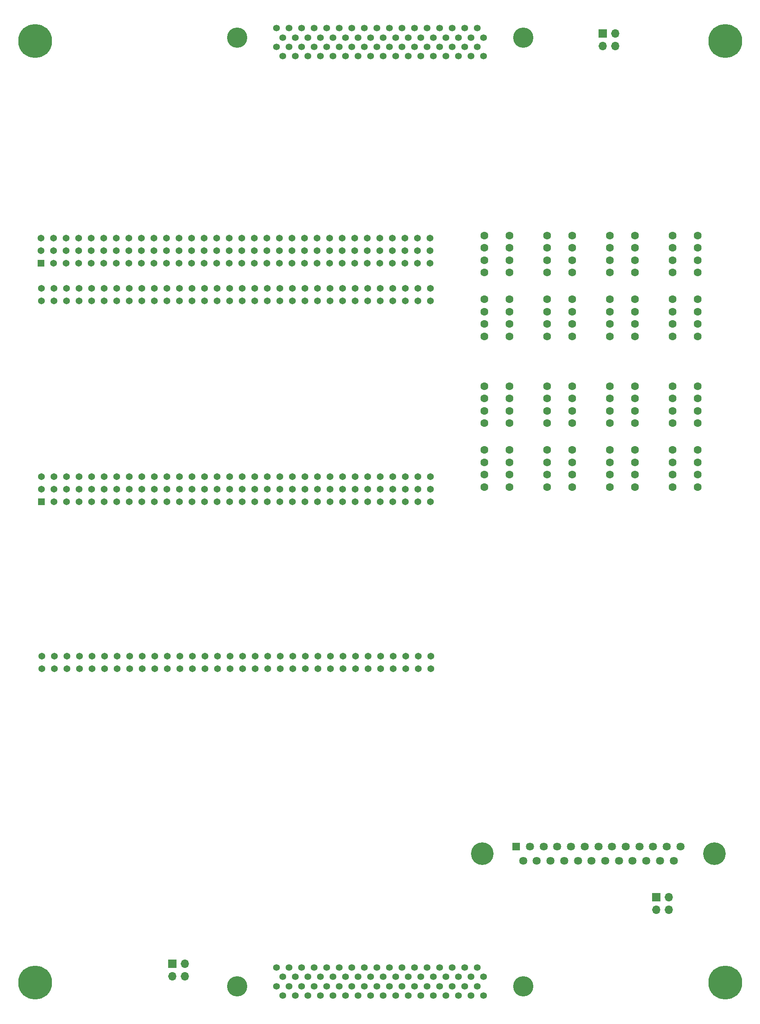
<source format=gbs>
G04 #@! TF.GenerationSoftware,KiCad,Pcbnew,(6.0.2)*
G04 #@! TF.CreationDate,2022-07-06T14:10:19-04:00*
G04 #@! TF.ProjectId,FilterMotherboard,46696c74-6572-44d6-9f74-686572626f61,rev?*
G04 #@! TF.SameCoordinates,Original*
G04 #@! TF.FileFunction,Soldermask,Bot*
G04 #@! TF.FilePolarity,Negative*
%FSLAX46Y46*%
G04 Gerber Fmt 4.6, Leading zero omitted, Abs format (unit mm)*
G04 Created by KiCad (PCBNEW (6.0.2)) date 2022-07-06 14:10:19*
%MOMM*%
%LPD*%
G01*
G04 APERTURE LIST*
%ADD10C,1.605000*%
%ADD11C,6.858000*%
%ADD12C,1.370000*%
%ADD13C,1.360000*%
%ADD14C,4.100000*%
%ADD15R,1.370000X1.370000*%
%ADD16R,1.700000X1.700000*%
%ADD17O,1.700000X1.700000*%
%ADD18R,1.635000X1.635000*%
%ADD19C,1.635000*%
%ADD20C,4.575000*%
G04 APERTURE END LIST*
D10*
X127750000Y-76160000D03*
X127750000Y-78660000D03*
X127750000Y-81160000D03*
X127750000Y-83660000D03*
X127750000Y-89060000D03*
X127750000Y-91560000D03*
X127750000Y-94060000D03*
X127750000Y-96560000D03*
X122670000Y-76160000D03*
X122670000Y-78660000D03*
X122670000Y-81160000D03*
X122670000Y-83660000D03*
X122670000Y-89060000D03*
X122670000Y-91560000D03*
X122670000Y-94060000D03*
X122670000Y-96560000D03*
X102350000Y-76160000D03*
X102350000Y-78660000D03*
X102350000Y-81160000D03*
X102350000Y-83660000D03*
X102350000Y-89060000D03*
X102350000Y-91560000D03*
X102350000Y-94060000D03*
X102350000Y-96560000D03*
X97270000Y-76160000D03*
X97270000Y-78660000D03*
X97270000Y-81160000D03*
X97270000Y-83660000D03*
X97270000Y-89060000D03*
X97270000Y-91560000D03*
X97270000Y-94060000D03*
X97270000Y-96560000D03*
D11*
X146050000Y-196850000D03*
X6350000Y-6350000D03*
D10*
X127750000Y-45680000D03*
X127750000Y-48180000D03*
X127750000Y-50680000D03*
X127750000Y-53180000D03*
X127750000Y-58580000D03*
X127750000Y-61080000D03*
X127750000Y-63580000D03*
X127750000Y-66080000D03*
X122670000Y-45680000D03*
X122670000Y-48180000D03*
X122670000Y-50680000D03*
X122670000Y-53180000D03*
X122670000Y-58580000D03*
X122670000Y-61080000D03*
X122670000Y-63580000D03*
X122670000Y-66080000D03*
X115050000Y-76160000D03*
X115050000Y-78660000D03*
X115050000Y-81160000D03*
X115050000Y-83660000D03*
X115050000Y-89060000D03*
X115050000Y-91560000D03*
X115050000Y-94060000D03*
X115050000Y-96560000D03*
X109970000Y-76160000D03*
X109970000Y-78660000D03*
X109970000Y-81160000D03*
X109970000Y-83660000D03*
X109970000Y-89060000D03*
X109970000Y-91560000D03*
X109970000Y-94060000D03*
X109970000Y-96560000D03*
D11*
X6350000Y-196850000D03*
D12*
X7730000Y-130750000D03*
X7730000Y-133290000D03*
X10270000Y-130750000D03*
X10270000Y-133290000D03*
X12810000Y-130750000D03*
X12810000Y-133290000D03*
X15350000Y-130750000D03*
X15350000Y-133290000D03*
X17890000Y-130750000D03*
X17890000Y-133290000D03*
X20430000Y-130750000D03*
X20430000Y-133290000D03*
X22970000Y-130750000D03*
X22970000Y-133290000D03*
X25510000Y-130750000D03*
X25510000Y-133290000D03*
X28050000Y-130750000D03*
X28050000Y-133290000D03*
X30590000Y-130750000D03*
X30590000Y-133290000D03*
X33130000Y-130750000D03*
X33130000Y-133290000D03*
X35670000Y-130750000D03*
X35670000Y-133290000D03*
X38210000Y-130750000D03*
X38210000Y-133290000D03*
X40750000Y-130750000D03*
X40750000Y-133290000D03*
X43290000Y-130750000D03*
X43290000Y-133290000D03*
X45830000Y-130750000D03*
X45830000Y-133290000D03*
X48370000Y-130750000D03*
X48370000Y-133290000D03*
X50910000Y-130750000D03*
X50910000Y-133290000D03*
X53450000Y-130750000D03*
X53450000Y-133290000D03*
X55990000Y-130750000D03*
X55990000Y-133290000D03*
X58530000Y-130750000D03*
X58530000Y-133290000D03*
X61070000Y-130750000D03*
X61070000Y-133290000D03*
X63610000Y-130750000D03*
X63610000Y-133290000D03*
X66150000Y-130750000D03*
X66150000Y-133290000D03*
X68690000Y-130750000D03*
X68690000Y-133290000D03*
X71230000Y-130750000D03*
X71230000Y-133290000D03*
X73770000Y-130750000D03*
X73770000Y-133290000D03*
X76310000Y-130750000D03*
X76310000Y-133290000D03*
X78850000Y-130750000D03*
X78850000Y-133290000D03*
X81390000Y-130750000D03*
X81390000Y-133290000D03*
X83930000Y-130750000D03*
X83930000Y-133290000D03*
X86470000Y-130750000D03*
X86470000Y-133290000D03*
D13*
X55245000Y-7513400D03*
X56515000Y-9413400D03*
X57785000Y-7513400D03*
X59055000Y-9413400D03*
X60325000Y-7513400D03*
X61595000Y-9413400D03*
X62865000Y-7513400D03*
X64135000Y-9413400D03*
X65405000Y-7513400D03*
X66675000Y-9413400D03*
X67945000Y-7513400D03*
X69215000Y-9413400D03*
X70485000Y-7513400D03*
X71755000Y-9413400D03*
X73025000Y-7513400D03*
X74295000Y-9413400D03*
X75565000Y-7513400D03*
X76835000Y-9413400D03*
X78105000Y-7513400D03*
X79375000Y-9413400D03*
X80645000Y-7513400D03*
X81915000Y-9413400D03*
X83185000Y-7513400D03*
X84455000Y-9413400D03*
X85725000Y-7513400D03*
X86995000Y-9413400D03*
X88265000Y-7513400D03*
X89535000Y-9413400D03*
X90805000Y-7513400D03*
X92075000Y-9413400D03*
X93345000Y-7513400D03*
X94615000Y-9413400D03*
X95885000Y-7513400D03*
X97155000Y-9413400D03*
X55245000Y-3713400D03*
X56515000Y-5613400D03*
X57785000Y-3713400D03*
X59055000Y-5613400D03*
X60325000Y-3713400D03*
X61595000Y-5613400D03*
X62865000Y-3713400D03*
X64135000Y-5613400D03*
X65405000Y-3713400D03*
X66675000Y-5613400D03*
X67945000Y-3713400D03*
X69215000Y-5613400D03*
X70485000Y-3713400D03*
X71755000Y-5613400D03*
X73025000Y-3713400D03*
X74295000Y-5613400D03*
X75565000Y-3713400D03*
X76835000Y-5613400D03*
X78105000Y-3713400D03*
X79375000Y-5613400D03*
X80645000Y-3713400D03*
X81915000Y-5613400D03*
X83185000Y-3713400D03*
X84455000Y-5613400D03*
X85725000Y-3713400D03*
X86995000Y-5613400D03*
X88265000Y-3713400D03*
X89535000Y-5613400D03*
X90805000Y-3713400D03*
X92075000Y-5613400D03*
X93345000Y-3713400D03*
X94615000Y-5613400D03*
X95885000Y-3713400D03*
X97155000Y-5613400D03*
D14*
X105155000Y-5613400D03*
X47245000Y-5613400D03*
D15*
X7620000Y-99555000D03*
D12*
X7620000Y-97015000D03*
X7620000Y-94475000D03*
X10160000Y-99555000D03*
X10160000Y-97015000D03*
X10160000Y-94475000D03*
X12700000Y-99555000D03*
X12700000Y-97015000D03*
X12700000Y-94475000D03*
X15240000Y-99555000D03*
X15240000Y-97015000D03*
X15240000Y-94475000D03*
X17780000Y-99555000D03*
X17780000Y-97015000D03*
X17780000Y-94475000D03*
X20320000Y-99555000D03*
X20320000Y-97015000D03*
X20320000Y-94475000D03*
X22860000Y-99555000D03*
X22860000Y-97015000D03*
X22860000Y-94475000D03*
X25400000Y-99555000D03*
X25400000Y-97015000D03*
X25400000Y-94475000D03*
X27940000Y-99555000D03*
X27940000Y-97015000D03*
X27940000Y-94475000D03*
X30480000Y-99555000D03*
X30480000Y-97015000D03*
X30480000Y-94475000D03*
X33020000Y-99555000D03*
X33020000Y-97015000D03*
X33020000Y-94475000D03*
X35560000Y-99555000D03*
X35560000Y-97015000D03*
X35560000Y-94475000D03*
X38100000Y-99555000D03*
X38100000Y-97015000D03*
X38100000Y-94475000D03*
X40640000Y-99555000D03*
X40640000Y-97015000D03*
X40640000Y-94475000D03*
X43180000Y-99555000D03*
X43180000Y-97015000D03*
X43180000Y-94475000D03*
X45720000Y-99555000D03*
X45720000Y-97015000D03*
X45720000Y-94475000D03*
X48260000Y-99555000D03*
X48260000Y-97015000D03*
X48260000Y-94475000D03*
X50800000Y-99555000D03*
X50800000Y-97015000D03*
X50800000Y-94475000D03*
X53340000Y-99555000D03*
X53340000Y-97015000D03*
X53340000Y-94475000D03*
X55880000Y-99555000D03*
X55880000Y-97015000D03*
X55880000Y-94475000D03*
X58420000Y-99555000D03*
X58420000Y-97015000D03*
X58420000Y-94475000D03*
X60960000Y-99555000D03*
X60960000Y-97015000D03*
X60960000Y-94475000D03*
X63500000Y-99555000D03*
X63500000Y-97015000D03*
X63500000Y-94475000D03*
X66040000Y-99555000D03*
X66040000Y-97015000D03*
X66040000Y-94475000D03*
X68580000Y-99555000D03*
X68580000Y-97015000D03*
X68580000Y-94475000D03*
X71120000Y-99555000D03*
X71120000Y-97015000D03*
X71120000Y-94475000D03*
X73660000Y-99555000D03*
X73660000Y-97015000D03*
X73660000Y-94475000D03*
X76200000Y-99555000D03*
X76200000Y-97015000D03*
X76200000Y-94475000D03*
X78740000Y-99555000D03*
X78740000Y-97015000D03*
X78740000Y-94475000D03*
X81280000Y-99555000D03*
X81280000Y-97015000D03*
X81280000Y-94475000D03*
X83820000Y-99555000D03*
X83820000Y-97015000D03*
X83820000Y-94475000D03*
X86360000Y-99555000D03*
X86360000Y-97015000D03*
X86360000Y-94475000D03*
D10*
X115050000Y-45680000D03*
X115050000Y-48180000D03*
X115050000Y-50680000D03*
X115050000Y-53180000D03*
X115050000Y-58580000D03*
X115050000Y-61080000D03*
X115050000Y-63580000D03*
X115050000Y-66080000D03*
X109970000Y-45680000D03*
X109970000Y-48180000D03*
X109970000Y-50680000D03*
X109970000Y-53180000D03*
X109970000Y-58580000D03*
X109970000Y-61080000D03*
X109970000Y-63580000D03*
X109970000Y-66080000D03*
X102350000Y-45680000D03*
X102350000Y-48180000D03*
X102350000Y-50680000D03*
X102350000Y-53180000D03*
X102350000Y-58580000D03*
X102350000Y-61080000D03*
X102350000Y-63580000D03*
X102350000Y-66080000D03*
X97270000Y-45680000D03*
X97270000Y-48180000D03*
X97270000Y-50680000D03*
X97270000Y-53180000D03*
X97270000Y-58580000D03*
X97270000Y-61080000D03*
X97270000Y-63580000D03*
X97270000Y-66080000D03*
D15*
X7515000Y-51295000D03*
D12*
X7515000Y-48755000D03*
X7515000Y-46215000D03*
X10055000Y-51295000D03*
X10055000Y-48755000D03*
X10055000Y-46215000D03*
X12595000Y-51295000D03*
X12595000Y-48755000D03*
X12595000Y-46215000D03*
X15135000Y-51295000D03*
X15135000Y-48755000D03*
X15135000Y-46215000D03*
X17675000Y-51295000D03*
X17675000Y-48755000D03*
X17675000Y-46215000D03*
X20215000Y-51295000D03*
X20215000Y-48755000D03*
X20215000Y-46215000D03*
X22755000Y-51295000D03*
X22755000Y-48755000D03*
X22755000Y-46215000D03*
X25295000Y-51295000D03*
X25295000Y-48755000D03*
X25295000Y-46215000D03*
X27835000Y-51295000D03*
X27835000Y-48755000D03*
X27835000Y-46215000D03*
X30375000Y-51295000D03*
X30375000Y-48755000D03*
X30375000Y-46215000D03*
X32915000Y-51295000D03*
X32915000Y-48755000D03*
X32915000Y-46215000D03*
X35455000Y-51295000D03*
X35455000Y-48755000D03*
X35455000Y-46215000D03*
X37995000Y-51295000D03*
X37995000Y-48755000D03*
X37995000Y-46215000D03*
X40535000Y-51295000D03*
X40535000Y-48755000D03*
X40535000Y-46215000D03*
X43075000Y-51295000D03*
X43075000Y-48755000D03*
X43075000Y-46215000D03*
X45615000Y-51295000D03*
X45615000Y-48755000D03*
X45615000Y-46215000D03*
X48155000Y-51295000D03*
X48155000Y-48755000D03*
X48155000Y-46215000D03*
X50695000Y-51295000D03*
X50695000Y-48755000D03*
X50695000Y-46215000D03*
X53235000Y-51295000D03*
X53235000Y-48755000D03*
X53235000Y-46215000D03*
X55775000Y-51295000D03*
X55775000Y-48755000D03*
X55775000Y-46215000D03*
X58315000Y-51295000D03*
X58315000Y-48755000D03*
X58315000Y-46215000D03*
X60855000Y-51295000D03*
X60855000Y-48755000D03*
X60855000Y-46215000D03*
X63395000Y-51295000D03*
X63395000Y-48755000D03*
X63395000Y-46215000D03*
X65935000Y-51295000D03*
X65935000Y-48755000D03*
X65935000Y-46215000D03*
X68475000Y-51295000D03*
X68475000Y-48755000D03*
X68475000Y-46215000D03*
X71015000Y-51295000D03*
X71015000Y-48755000D03*
X71015000Y-46215000D03*
X73555000Y-51295000D03*
X73555000Y-48755000D03*
X73555000Y-46215000D03*
X76095000Y-51295000D03*
X76095000Y-48755000D03*
X76095000Y-46215000D03*
X78635000Y-51295000D03*
X78635000Y-48755000D03*
X78635000Y-46215000D03*
X81175000Y-51295000D03*
X81175000Y-48755000D03*
X81175000Y-46215000D03*
X83715000Y-51295000D03*
X83715000Y-48755000D03*
X83715000Y-46215000D03*
X86255000Y-51295000D03*
X86255000Y-48755000D03*
X86255000Y-46215000D03*
D16*
X132105000Y-179550000D03*
D17*
X134645000Y-179550000D03*
X132105000Y-182090000D03*
X134645000Y-182090000D03*
D16*
X121300000Y-4825000D03*
D17*
X123840000Y-4825000D03*
X121300000Y-7365000D03*
X123840000Y-7365000D03*
D18*
X103761500Y-169327000D03*
D19*
X106531500Y-169327000D03*
X109301500Y-169327000D03*
X112071500Y-169327000D03*
X114841500Y-169327000D03*
X117611500Y-169327000D03*
X120381500Y-169327000D03*
X123151500Y-169327000D03*
X125921500Y-169327000D03*
X128691500Y-169327000D03*
X131461500Y-169327000D03*
X134231500Y-169327000D03*
X137001500Y-169327000D03*
X105146500Y-172167000D03*
X107916500Y-172167000D03*
X110686500Y-172167000D03*
X113456500Y-172167000D03*
X116226500Y-172167000D03*
X118996500Y-172167000D03*
X121766500Y-172167000D03*
X124536500Y-172167000D03*
X127306500Y-172167000D03*
X130076500Y-172167000D03*
X132846500Y-172167000D03*
X135616500Y-172167000D03*
D20*
X96861500Y-170747000D03*
X143901500Y-170747000D03*
D10*
X140450000Y-76160000D03*
X140450000Y-78660000D03*
X140450000Y-81160000D03*
X140450000Y-83660000D03*
X140450000Y-89060000D03*
X140450000Y-91560000D03*
X140450000Y-94060000D03*
X140450000Y-96560000D03*
X135370000Y-76160000D03*
X135370000Y-78660000D03*
X135370000Y-81160000D03*
X135370000Y-83660000D03*
X135370000Y-89060000D03*
X135370000Y-91560000D03*
X135370000Y-94060000D03*
X135370000Y-96560000D03*
D12*
X7620000Y-56374995D03*
X7620000Y-58914995D03*
X10160000Y-56374995D03*
X10160000Y-58914995D03*
X12700000Y-56374995D03*
X12700000Y-58914995D03*
X15240000Y-56374995D03*
X15240000Y-58914995D03*
X17780000Y-56374995D03*
X17780000Y-58914995D03*
X20320000Y-56374995D03*
X20320000Y-58914995D03*
X22860000Y-56374995D03*
X22860000Y-58914995D03*
X25400000Y-56374995D03*
X25400000Y-58914995D03*
X27940000Y-56374995D03*
X27940000Y-58914995D03*
X30480000Y-56374995D03*
X30480000Y-58914995D03*
X33020000Y-56374995D03*
X33020000Y-58914995D03*
X35560000Y-56374995D03*
X35560000Y-58914995D03*
X38100000Y-56374995D03*
X38100000Y-58914995D03*
X40640000Y-56374995D03*
X40640000Y-58914995D03*
X43180000Y-56374995D03*
X43180000Y-58914995D03*
X45720000Y-56374995D03*
X45720000Y-58914995D03*
X48260000Y-56374995D03*
X48260000Y-58914995D03*
X50800000Y-56374995D03*
X50800000Y-58914995D03*
X53340000Y-56374995D03*
X53340000Y-58914995D03*
X55880000Y-56374995D03*
X55880000Y-58914995D03*
X58420000Y-56374995D03*
X58420000Y-58914995D03*
X60960000Y-56374995D03*
X60960000Y-58914995D03*
X63500000Y-56374995D03*
X63500000Y-58914995D03*
X66040000Y-56374995D03*
X66040000Y-58914995D03*
X68580000Y-56374995D03*
X68580000Y-58914995D03*
X71120000Y-56374995D03*
X71120000Y-58914995D03*
X73660000Y-56374995D03*
X73660000Y-58914995D03*
X76200000Y-56374995D03*
X76200000Y-58914995D03*
X78740000Y-56374995D03*
X78740000Y-58914995D03*
X81280000Y-56374995D03*
X81280000Y-58914995D03*
X83820000Y-56374995D03*
X83820000Y-58914995D03*
X86360000Y-56374995D03*
X86360000Y-58914995D03*
D10*
X140450000Y-45680000D03*
X140450000Y-48180000D03*
X140450000Y-50680000D03*
X140450000Y-53180000D03*
X140450000Y-58580000D03*
X140450000Y-61080000D03*
X140450000Y-63580000D03*
X140450000Y-66080000D03*
X135370000Y-45680000D03*
X135370000Y-48180000D03*
X135370000Y-50680000D03*
X135370000Y-53180000D03*
X135370000Y-58580000D03*
X135370000Y-61080000D03*
X135370000Y-63580000D03*
X135370000Y-66080000D03*
D16*
X34121941Y-193036969D03*
D17*
X36661941Y-193036969D03*
X34121941Y-195576969D03*
X36661941Y-195576969D03*
D13*
X97155000Y-195686600D03*
X95885000Y-193786600D03*
X94615000Y-195686600D03*
X93345000Y-193786600D03*
X92075000Y-195686600D03*
X90805000Y-193786600D03*
X89535000Y-195686600D03*
X88265000Y-193786600D03*
X86995000Y-195686600D03*
X85725000Y-193786600D03*
X84455000Y-195686600D03*
X83185000Y-193786600D03*
X81915000Y-195686600D03*
X80645000Y-193786600D03*
X79375000Y-195686600D03*
X78105000Y-193786600D03*
X76835000Y-195686600D03*
X75565000Y-193786600D03*
X74295000Y-195686600D03*
X73025000Y-193786600D03*
X71755000Y-195686600D03*
X70485000Y-193786600D03*
X69215000Y-195686600D03*
X67945000Y-193786600D03*
X66675000Y-195686600D03*
X65405000Y-193786600D03*
X64135000Y-195686600D03*
X62865000Y-193786600D03*
X61595000Y-195686600D03*
X60325000Y-193786600D03*
X59055000Y-195686600D03*
X57785000Y-193786600D03*
X56515000Y-195686600D03*
X55245000Y-193786600D03*
X97155000Y-199486600D03*
X95885000Y-197586600D03*
X94615000Y-199486600D03*
X93345000Y-197586600D03*
X92075000Y-199486600D03*
X90805000Y-197586600D03*
X89535000Y-199486600D03*
X88265000Y-197586600D03*
X86995000Y-199486600D03*
X85725000Y-197586600D03*
X84455000Y-199486600D03*
X83185000Y-197586600D03*
X81915000Y-199486600D03*
X80645000Y-197586600D03*
X79375000Y-199486600D03*
X78105000Y-197586600D03*
X76835000Y-199486600D03*
X75565000Y-197586600D03*
X74295000Y-199486600D03*
X73025000Y-197586600D03*
X71755000Y-199486600D03*
X70485000Y-197586600D03*
X69215000Y-199486600D03*
X67945000Y-197586600D03*
X66675000Y-199486600D03*
X65405000Y-197586600D03*
X64135000Y-199486600D03*
X62865000Y-197586600D03*
X61595000Y-199486600D03*
X60325000Y-197586600D03*
X59055000Y-199486600D03*
X57785000Y-197586600D03*
X56515000Y-199486600D03*
X55245000Y-197586600D03*
D14*
X47245000Y-197586600D03*
X105155000Y-197586600D03*
D11*
X146050000Y-6350000D03*
M02*

</source>
